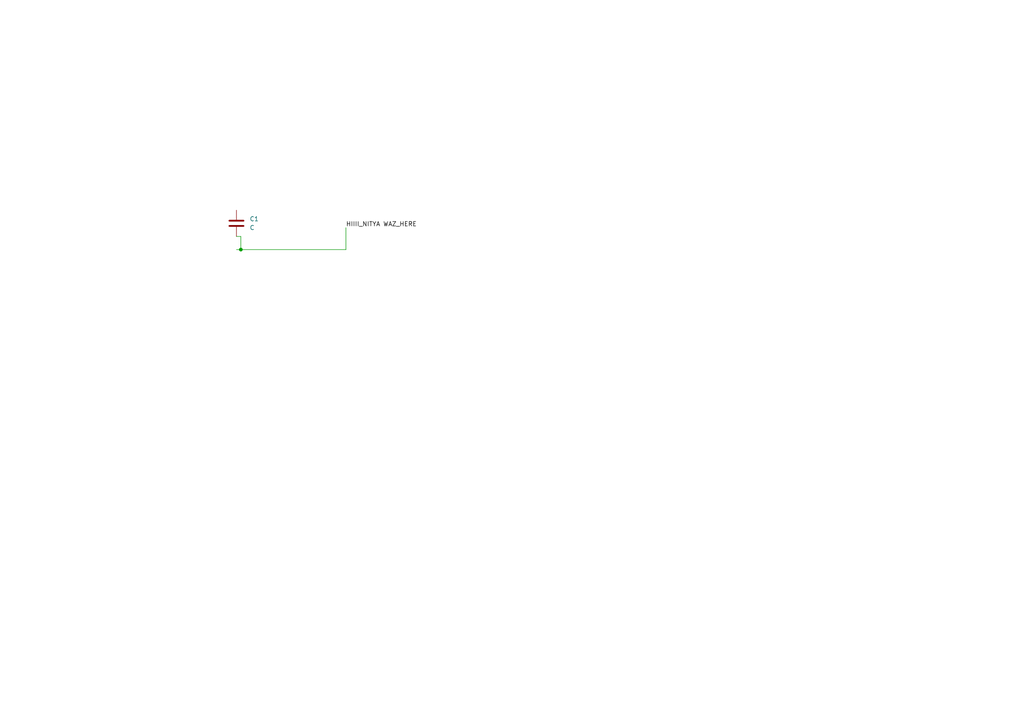
<source format=kicad_sch>
(kicad_sch (version 20231120) (generator "eeschema") (generator_version "8.0")
  (paper "A4")
  (lib_symbols
    (symbol "Device:C" (pin_numbers hide) (pin_names (offset 0.254))
      (property "Reference" "C" (at 0.635 2.54 0))
      (property "Value" "C" (at 0.635 -2.54 0))
      (symbol "C_0_1"
        (polyline (pts (xy -2.032 -0.762) (xy 2.032 -0.762)) (stroke (width 0.508)))
        (polyline (pts (xy -2.032 0.762) (xy 2.032 0.762)) (stroke (width 0.508)))
      )
      (symbol "C_1_1"
        (pin passive line (at 0 3.81 270) (length 2.794) (name "~") (number "1"))
        (pin passive line (at 0 -3.81 90) (length 2.794) (name "~") (number "2"))
      )
    )
  )
  (junction (at 69.85 72.39))
  (wire (pts (xy 100.33 72.39) (xy 100.33 66.04)))
  (wire (pts (xy 68.58 72.39) (xy 69.85 72.39)))
  (wire (pts (xy 69.85 72.39) (xy 100.33 72.39)))
  (wire (pts (xy 69.85 68.58) (xy 68.58 68.58)))
  (wire (pts (xy 69.85 72.39) (xy 69.85 68.58)))
  (label "HIIII_NITYA WAZ_HERE" (at 100.33 66.04 0))
  (symbol (lib_id "Device:C") (at 68.58 64.77 0) (unit 1)
    (property "Reference" "C1" (at 72.39 63.4999 0) (effects (justify left)))
    (property "Value" "C" (at 72.39 66.0399 0) (effects (justify left)))
    (property "Description" "Unpolarized capacitor" (effects (hide yes)))
  )
)
</source>
